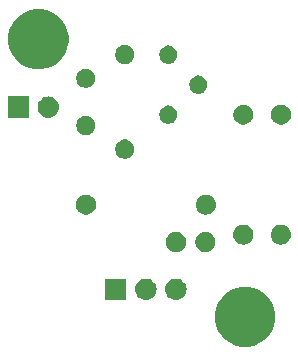
<source format=gts>
G04 #@! TF.GenerationSoftware,KiCad,Pcbnew,(5.1.4)-1*
G04 #@! TF.CreationDate,2019-09-09T23:43:03+02:00*
G04 #@! TF.ProjectId,PTC,5054432e-6b69-4636-9164-5f7063625858,rev?*
G04 #@! TF.SameCoordinates,PXe4e1c0PY29f6300*
G04 #@! TF.FileFunction,Soldermask,Top*
G04 #@! TF.FilePolarity,Negative*
%FSLAX46Y46*%
G04 Gerber Fmt 4.6, Leading zero omitted, Abs format (unit mm)*
G04 Created by KiCad (PCBNEW (5.1.4)-1) date 2019-09-09 23:43:03*
%MOMM*%
%LPD*%
G04 APERTURE LIST*
%ADD10C,0.100000*%
G04 APERTURE END LIST*
D10*
G36*
X23994098Y5202967D02*
G01*
X24458350Y5010668D01*
X24458352Y5010667D01*
X24876168Y4731491D01*
X25231491Y4376168D01*
X25510667Y3958352D01*
X25510668Y3958350D01*
X25702967Y3494098D01*
X25801000Y3001253D01*
X25801000Y2498747D01*
X25702967Y2005902D01*
X25510668Y1541650D01*
X25510667Y1541648D01*
X25231491Y1123832D01*
X24876168Y768509D01*
X24458352Y489333D01*
X24458351Y489332D01*
X24458350Y489332D01*
X23994098Y297033D01*
X23501253Y199000D01*
X22998747Y199000D01*
X22505902Y297033D01*
X22041650Y489332D01*
X22041649Y489332D01*
X22041648Y489333D01*
X21623832Y768509D01*
X21268509Y1123832D01*
X20989333Y1541648D01*
X20989332Y1541650D01*
X20797033Y2005902D01*
X20699000Y2498747D01*
X20699000Y3001253D01*
X20797033Y3494098D01*
X20989332Y3958350D01*
X20989333Y3958352D01*
X21268509Y4376168D01*
X21623832Y4731491D01*
X22041648Y5010667D01*
X22041650Y5010668D01*
X22505902Y5202967D01*
X22998747Y5301000D01*
X23501253Y5301000D01*
X23994098Y5202967D01*
X23994098Y5202967D01*
G37*
G36*
X17495442Y5968982D02*
G01*
X17561627Y5962463D01*
X17731466Y5910943D01*
X17887991Y5827278D01*
X17923729Y5797948D01*
X18025186Y5714686D01*
X18108448Y5613229D01*
X18137778Y5577491D01*
X18221443Y5420966D01*
X18272963Y5251127D01*
X18290359Y5074500D01*
X18272963Y4897873D01*
X18221443Y4728034D01*
X18137778Y4571509D01*
X18108448Y4535771D01*
X18025186Y4434314D01*
X17923729Y4351052D01*
X17887991Y4321722D01*
X17731466Y4238057D01*
X17561627Y4186537D01*
X17495442Y4180018D01*
X17429260Y4173500D01*
X17340740Y4173500D01*
X17274558Y4180018D01*
X17208373Y4186537D01*
X17038534Y4238057D01*
X16882009Y4321722D01*
X16846271Y4351052D01*
X16744814Y4434314D01*
X16661552Y4535771D01*
X16632222Y4571509D01*
X16548557Y4728034D01*
X16497037Y4897873D01*
X16479641Y5074500D01*
X16497037Y5251127D01*
X16548557Y5420966D01*
X16632222Y5577491D01*
X16661552Y5613229D01*
X16744814Y5714686D01*
X16846271Y5797948D01*
X16882009Y5827278D01*
X17038534Y5910943D01*
X17208373Y5962463D01*
X17274558Y5968982D01*
X17340740Y5975500D01*
X17429260Y5975500D01*
X17495442Y5968982D01*
X17495442Y5968982D01*
G37*
G36*
X13206000Y4173500D02*
G01*
X11404000Y4173500D01*
X11404000Y5975500D01*
X13206000Y5975500D01*
X13206000Y4173500D01*
X13206000Y4173500D01*
G37*
G36*
X14955442Y5968982D02*
G01*
X15021627Y5962463D01*
X15191466Y5910943D01*
X15347991Y5827278D01*
X15383729Y5797948D01*
X15485186Y5714686D01*
X15568448Y5613229D01*
X15597778Y5577491D01*
X15681443Y5420966D01*
X15732963Y5251127D01*
X15750359Y5074500D01*
X15732963Y4897873D01*
X15681443Y4728034D01*
X15597778Y4571509D01*
X15568448Y4535771D01*
X15485186Y4434314D01*
X15383729Y4351052D01*
X15347991Y4321722D01*
X15191466Y4238057D01*
X15021627Y4186537D01*
X14955442Y4180018D01*
X14889260Y4173500D01*
X14800740Y4173500D01*
X14734558Y4180018D01*
X14668373Y4186537D01*
X14498534Y4238057D01*
X14342009Y4321722D01*
X14306271Y4351052D01*
X14204814Y4434314D01*
X14121552Y4535771D01*
X14092222Y4571509D01*
X14008557Y4728034D01*
X13957037Y4897873D01*
X13939641Y5074500D01*
X13957037Y5251127D01*
X14008557Y5420966D01*
X14092222Y5577491D01*
X14121552Y5613229D01*
X14204814Y5714686D01*
X14306271Y5797948D01*
X14342009Y5827278D01*
X14498534Y5910943D01*
X14668373Y5962463D01*
X14734558Y5968982D01*
X14800740Y5975500D01*
X14889260Y5975500D01*
X14955442Y5968982D01*
X14955442Y5968982D01*
G37*
G36*
X20133228Y9893297D02*
G01*
X20288100Y9829147D01*
X20427481Y9736015D01*
X20546015Y9617481D01*
X20639147Y9478100D01*
X20703297Y9323228D01*
X20736000Y9158816D01*
X20736000Y8991184D01*
X20703297Y8826772D01*
X20639147Y8671900D01*
X20546015Y8532519D01*
X20427481Y8413985D01*
X20288100Y8320853D01*
X20133228Y8256703D01*
X19968816Y8224000D01*
X19801184Y8224000D01*
X19636772Y8256703D01*
X19481900Y8320853D01*
X19342519Y8413985D01*
X19223985Y8532519D01*
X19130853Y8671900D01*
X19066703Y8826772D01*
X19034000Y8991184D01*
X19034000Y9158816D01*
X19066703Y9323228D01*
X19130853Y9478100D01*
X19223985Y9617481D01*
X19342519Y9736015D01*
X19481900Y9829147D01*
X19636772Y9893297D01*
X19801184Y9926000D01*
X19968816Y9926000D01*
X20133228Y9893297D01*
X20133228Y9893297D01*
G37*
G36*
X17633228Y9893297D02*
G01*
X17788100Y9829147D01*
X17927481Y9736015D01*
X18046015Y9617481D01*
X18139147Y9478100D01*
X18203297Y9323228D01*
X18236000Y9158816D01*
X18236000Y8991184D01*
X18203297Y8826772D01*
X18139147Y8671900D01*
X18046015Y8532519D01*
X17927481Y8413985D01*
X17788100Y8320853D01*
X17633228Y8256703D01*
X17468816Y8224000D01*
X17301184Y8224000D01*
X17136772Y8256703D01*
X16981900Y8320853D01*
X16842519Y8413985D01*
X16723985Y8532519D01*
X16630853Y8671900D01*
X16566703Y8826772D01*
X16534000Y8991184D01*
X16534000Y9158816D01*
X16566703Y9323228D01*
X16630853Y9478100D01*
X16723985Y9617481D01*
X16842519Y9736015D01*
X16981900Y9829147D01*
X17136772Y9893297D01*
X17301184Y9926000D01*
X17468816Y9926000D01*
X17633228Y9893297D01*
X17633228Y9893297D01*
G37*
G36*
X26441823Y10548687D02*
G01*
X26602242Y10500024D01*
X26734906Y10429114D01*
X26750078Y10421004D01*
X26879659Y10314659D01*
X26986004Y10185078D01*
X26986005Y10185076D01*
X27065024Y10037242D01*
X27113687Y9876823D01*
X27130117Y9710000D01*
X27113687Y9543177D01*
X27065024Y9382758D01*
X26994114Y9250094D01*
X26986004Y9234922D01*
X26879659Y9105341D01*
X26750078Y8998996D01*
X26750076Y8998995D01*
X26602242Y8919976D01*
X26441823Y8871313D01*
X26316804Y8859000D01*
X26233196Y8859000D01*
X26108177Y8871313D01*
X25947758Y8919976D01*
X25799924Y8998995D01*
X25799922Y8998996D01*
X25670341Y9105341D01*
X25563996Y9234922D01*
X25555886Y9250094D01*
X25484976Y9382758D01*
X25436313Y9543177D01*
X25419883Y9710000D01*
X25436313Y9876823D01*
X25484976Y10037242D01*
X25563995Y10185076D01*
X25563996Y10185078D01*
X25670341Y10314659D01*
X25799922Y10421004D01*
X25815094Y10429114D01*
X25947758Y10500024D01*
X26108177Y10548687D01*
X26233196Y10561000D01*
X26316804Y10561000D01*
X26441823Y10548687D01*
X26441823Y10548687D01*
G37*
G36*
X23266823Y10548687D02*
G01*
X23427242Y10500024D01*
X23559906Y10429114D01*
X23575078Y10421004D01*
X23704659Y10314659D01*
X23811004Y10185078D01*
X23811005Y10185076D01*
X23890024Y10037242D01*
X23938687Y9876823D01*
X23955117Y9710000D01*
X23938687Y9543177D01*
X23890024Y9382758D01*
X23819114Y9250094D01*
X23811004Y9234922D01*
X23704659Y9105341D01*
X23575078Y8998996D01*
X23575076Y8998995D01*
X23427242Y8919976D01*
X23266823Y8871313D01*
X23141804Y8859000D01*
X23058196Y8859000D01*
X22933177Y8871313D01*
X22772758Y8919976D01*
X22624924Y8998995D01*
X22624922Y8998996D01*
X22495341Y9105341D01*
X22388996Y9234922D01*
X22380886Y9250094D01*
X22309976Y9382758D01*
X22261313Y9543177D01*
X22244883Y9710000D01*
X22261313Y9876823D01*
X22309976Y10037242D01*
X22388995Y10185076D01*
X22388996Y10185078D01*
X22495341Y10314659D01*
X22624922Y10421004D01*
X22640094Y10429114D01*
X22772758Y10500024D01*
X22933177Y10548687D01*
X23058196Y10561000D01*
X23141804Y10561000D01*
X23266823Y10548687D01*
X23266823Y10548687D01*
G37*
G36*
X20091823Y13088687D02*
G01*
X20252242Y13040024D01*
X20319361Y13004148D01*
X20400078Y12961004D01*
X20529659Y12854659D01*
X20636004Y12725078D01*
X20636005Y12725076D01*
X20715024Y12577242D01*
X20763687Y12416823D01*
X20780117Y12250000D01*
X20763687Y12083177D01*
X20715024Y11922758D01*
X20674477Y11846900D01*
X20636004Y11774922D01*
X20529659Y11645341D01*
X20400078Y11538996D01*
X20400076Y11538995D01*
X20252242Y11459976D01*
X20091823Y11411313D01*
X19966804Y11399000D01*
X19883196Y11399000D01*
X19758177Y11411313D01*
X19597758Y11459976D01*
X19449924Y11538995D01*
X19449922Y11538996D01*
X19320341Y11645341D01*
X19213996Y11774922D01*
X19175523Y11846900D01*
X19134976Y11922758D01*
X19086313Y12083177D01*
X19069883Y12250000D01*
X19086313Y12416823D01*
X19134976Y12577242D01*
X19213995Y12725076D01*
X19213996Y12725078D01*
X19320341Y12854659D01*
X19449922Y12961004D01*
X19530639Y13004148D01*
X19597758Y13040024D01*
X19758177Y13088687D01*
X19883196Y13101000D01*
X19966804Y13101000D01*
X20091823Y13088687D01*
X20091823Y13088687D01*
G37*
G36*
X10013228Y13068297D02*
G01*
X10168100Y13004147D01*
X10307481Y12911015D01*
X10426015Y12792481D01*
X10519147Y12653100D01*
X10583297Y12498228D01*
X10616000Y12333816D01*
X10616000Y12166184D01*
X10583297Y12001772D01*
X10519147Y11846900D01*
X10426015Y11707519D01*
X10307481Y11588985D01*
X10168100Y11495853D01*
X10013228Y11431703D01*
X9848816Y11399000D01*
X9681184Y11399000D01*
X9516772Y11431703D01*
X9361900Y11495853D01*
X9222519Y11588985D01*
X9103985Y11707519D01*
X9010853Y11846900D01*
X8946703Y12001772D01*
X8914000Y12166184D01*
X8914000Y12333816D01*
X8946703Y12498228D01*
X9010853Y12653100D01*
X9103985Y12792481D01*
X9222519Y12911015D01*
X9361900Y13004147D01*
X9516772Y13068297D01*
X9681184Y13101000D01*
X9848816Y13101000D01*
X10013228Y13068297D01*
X10013228Y13068297D01*
G37*
G36*
X13302142Y17731758D02*
G01*
X13450101Y17670471D01*
X13583255Y17581501D01*
X13696501Y17468255D01*
X13785471Y17335101D01*
X13846758Y17187142D01*
X13878000Y17030075D01*
X13878000Y16869925D01*
X13846758Y16712858D01*
X13785471Y16564899D01*
X13696501Y16431745D01*
X13583255Y16318499D01*
X13450101Y16229529D01*
X13302142Y16168242D01*
X13145075Y16137000D01*
X12984925Y16137000D01*
X12827858Y16168242D01*
X12679899Y16229529D01*
X12546745Y16318499D01*
X12433499Y16431745D01*
X12344529Y16564899D01*
X12283242Y16712858D01*
X12252000Y16869925D01*
X12252000Y17030075D01*
X12283242Y17187142D01*
X12344529Y17335101D01*
X12433499Y17468255D01*
X12546745Y17581501D01*
X12679899Y17670471D01*
X12827858Y17731758D01*
X12984925Y17763000D01*
X13145075Y17763000D01*
X13302142Y17731758D01*
X13302142Y17731758D01*
G37*
G36*
X10002142Y19731758D02*
G01*
X10150101Y19670471D01*
X10283255Y19581501D01*
X10396501Y19468255D01*
X10485471Y19335101D01*
X10546758Y19187142D01*
X10578000Y19030075D01*
X10578000Y18869925D01*
X10546758Y18712858D01*
X10485471Y18564899D01*
X10396501Y18431745D01*
X10283255Y18318499D01*
X10150101Y18229529D01*
X10002142Y18168242D01*
X9845075Y18137000D01*
X9684925Y18137000D01*
X9527858Y18168242D01*
X9379899Y18229529D01*
X9246745Y18318499D01*
X9133499Y18431745D01*
X9044529Y18564899D01*
X8983242Y18712858D01*
X8952000Y18869925D01*
X8952000Y19030075D01*
X8983242Y19187142D01*
X9044529Y19335101D01*
X9133499Y19468255D01*
X9246745Y19581501D01*
X9379899Y19670471D01*
X9527858Y19731758D01*
X9684925Y19763000D01*
X9845075Y19763000D01*
X10002142Y19731758D01*
X10002142Y19731758D01*
G37*
G36*
X23348228Y20688297D02*
G01*
X23503100Y20624147D01*
X23642481Y20531015D01*
X23761015Y20412481D01*
X23854147Y20273100D01*
X23918297Y20118228D01*
X23951000Y19953816D01*
X23951000Y19786184D01*
X23918297Y19621772D01*
X23854147Y19466900D01*
X23761015Y19327519D01*
X23642481Y19208985D01*
X23503100Y19115853D01*
X23348228Y19051703D01*
X23183816Y19019000D01*
X23016184Y19019000D01*
X22851772Y19051703D01*
X22696900Y19115853D01*
X22557519Y19208985D01*
X22438985Y19327519D01*
X22345853Y19466900D01*
X22281703Y19621772D01*
X22249000Y19786184D01*
X22249000Y19953816D01*
X22281703Y20118228D01*
X22345853Y20273100D01*
X22438985Y20412481D01*
X22557519Y20531015D01*
X22696900Y20624147D01*
X22851772Y20688297D01*
X23016184Y20721000D01*
X23183816Y20721000D01*
X23348228Y20688297D01*
X23348228Y20688297D01*
G37*
G36*
X26523228Y20688297D02*
G01*
X26678100Y20624147D01*
X26817481Y20531015D01*
X26936015Y20412481D01*
X27029147Y20273100D01*
X27093297Y20118228D01*
X27126000Y19953816D01*
X27126000Y19786184D01*
X27093297Y19621772D01*
X27029147Y19466900D01*
X26936015Y19327519D01*
X26817481Y19208985D01*
X26678100Y19115853D01*
X26523228Y19051703D01*
X26358816Y19019000D01*
X26191184Y19019000D01*
X26026772Y19051703D01*
X25871900Y19115853D01*
X25732519Y19208985D01*
X25613985Y19327519D01*
X25520853Y19466900D01*
X25456703Y19621772D01*
X25424000Y19786184D01*
X25424000Y19953816D01*
X25456703Y20118228D01*
X25520853Y20273100D01*
X25613985Y20412481D01*
X25732519Y20531015D01*
X25871900Y20624147D01*
X26026772Y20688297D01*
X26191184Y20721000D01*
X26358816Y20721000D01*
X26523228Y20688297D01*
X26523228Y20688297D01*
G37*
G36*
X16875589Y20631124D02*
G01*
X16974893Y20611371D01*
X17115206Y20553252D01*
X17241484Y20468875D01*
X17348875Y20361484D01*
X17433252Y20235206D01*
X17491371Y20094893D01*
X17521000Y19945937D01*
X17521000Y19794063D01*
X17491371Y19645107D01*
X17433252Y19504794D01*
X17348875Y19378516D01*
X17241484Y19271125D01*
X17115206Y19186748D01*
X16974893Y19128629D01*
X16910663Y19115853D01*
X16825938Y19099000D01*
X16674062Y19099000D01*
X16589337Y19115853D01*
X16525107Y19128629D01*
X16384794Y19186748D01*
X16258516Y19271125D01*
X16151125Y19378516D01*
X16066748Y19504794D01*
X16008629Y19645107D01*
X15979000Y19794063D01*
X15979000Y19945937D01*
X16008629Y20094893D01*
X16066748Y20235206D01*
X16151125Y20361484D01*
X16258516Y20468875D01*
X16384794Y20553252D01*
X16525107Y20611371D01*
X16624411Y20631124D01*
X16674062Y20641000D01*
X16825938Y20641000D01*
X16875589Y20631124D01*
X16875589Y20631124D01*
G37*
G36*
X6700442Y21399482D02*
G01*
X6766627Y21392963D01*
X6936466Y21341443D01*
X7092991Y21257778D01*
X7128729Y21228448D01*
X7230186Y21145186D01*
X7313448Y21043729D01*
X7342778Y21007991D01*
X7426443Y20851466D01*
X7477963Y20681627D01*
X7495359Y20505000D01*
X7477963Y20328373D01*
X7426443Y20158534D01*
X7342778Y20002009D01*
X7313448Y19966271D01*
X7230186Y19864814D01*
X7143974Y19794063D01*
X7092991Y19752222D01*
X6936466Y19668557D01*
X6766627Y19617037D01*
X6700443Y19610519D01*
X6634260Y19604000D01*
X6545740Y19604000D01*
X6479557Y19610519D01*
X6413373Y19617037D01*
X6243534Y19668557D01*
X6087009Y19752222D01*
X6036026Y19794063D01*
X5949814Y19864814D01*
X5866552Y19966271D01*
X5837222Y20002009D01*
X5753557Y20158534D01*
X5702037Y20328373D01*
X5684641Y20505000D01*
X5702037Y20681627D01*
X5753557Y20851466D01*
X5837222Y21007991D01*
X5866552Y21043729D01*
X5949814Y21145186D01*
X6051271Y21228448D01*
X6087009Y21257778D01*
X6243534Y21341443D01*
X6413373Y21392963D01*
X6479558Y21399482D01*
X6545740Y21406000D01*
X6634260Y21406000D01*
X6700442Y21399482D01*
X6700442Y21399482D01*
G37*
G36*
X4951000Y19604000D02*
G01*
X3149000Y19604000D01*
X3149000Y21406000D01*
X4951000Y21406000D01*
X4951000Y19604000D01*
X4951000Y19604000D01*
G37*
G36*
X19415589Y23171124D02*
G01*
X19514893Y23151371D01*
X19655206Y23093252D01*
X19781484Y23008875D01*
X19888875Y22901484D01*
X19973252Y22775206D01*
X20031371Y22634893D01*
X20061000Y22485937D01*
X20061000Y22334063D01*
X20031371Y22185107D01*
X19973252Y22044794D01*
X19888875Y21918516D01*
X19781484Y21811125D01*
X19655206Y21726748D01*
X19514893Y21668629D01*
X19415589Y21648876D01*
X19365938Y21639000D01*
X19214062Y21639000D01*
X19164411Y21648876D01*
X19065107Y21668629D01*
X18924794Y21726748D01*
X18798516Y21811125D01*
X18691125Y21918516D01*
X18606748Y22044794D01*
X18548629Y22185107D01*
X18519000Y22334063D01*
X18519000Y22485937D01*
X18548629Y22634893D01*
X18606748Y22775206D01*
X18691125Y22901484D01*
X18798516Y23008875D01*
X18924794Y23093252D01*
X19065107Y23151371D01*
X19164411Y23171124D01*
X19214062Y23181000D01*
X19365938Y23181000D01*
X19415589Y23171124D01*
X19415589Y23171124D01*
G37*
G36*
X10002142Y23731758D02*
G01*
X10150101Y23670471D01*
X10283255Y23581501D01*
X10396501Y23468255D01*
X10485471Y23335101D01*
X10546758Y23187142D01*
X10578000Y23030075D01*
X10578000Y22869925D01*
X10546758Y22712858D01*
X10485471Y22564899D01*
X10396501Y22431745D01*
X10283255Y22318499D01*
X10150101Y22229529D01*
X10002142Y22168242D01*
X9845075Y22137000D01*
X9684925Y22137000D01*
X9527858Y22168242D01*
X9379899Y22229529D01*
X9246745Y22318499D01*
X9133499Y22431745D01*
X9044529Y22564899D01*
X8983242Y22712858D01*
X8952000Y22869925D01*
X8952000Y23030075D01*
X8983242Y23187142D01*
X9044529Y23335101D01*
X9133499Y23468255D01*
X9246745Y23581501D01*
X9379899Y23670471D01*
X9527858Y23731758D01*
X9684925Y23763000D01*
X9845075Y23763000D01*
X10002142Y23731758D01*
X10002142Y23731758D01*
G37*
G36*
X6494098Y28702967D02*
G01*
X6958350Y28510668D01*
X6958352Y28510667D01*
X7376168Y28231491D01*
X7731491Y27876168D01*
X8010667Y27458352D01*
X8010668Y27458350D01*
X8202967Y26994098D01*
X8301000Y26501253D01*
X8301000Y25998747D01*
X8202967Y25505902D01*
X8065859Y25174893D01*
X8010667Y25041648D01*
X7731491Y24623832D01*
X7376168Y24268509D01*
X6958352Y23989333D01*
X6958351Y23989332D01*
X6958350Y23989332D01*
X6494098Y23797033D01*
X6001253Y23699000D01*
X5498747Y23699000D01*
X5005902Y23797033D01*
X4541650Y23989332D01*
X4541649Y23989332D01*
X4541648Y23989333D01*
X4123832Y24268509D01*
X3768509Y24623832D01*
X3489333Y25041648D01*
X3434141Y25174893D01*
X3297033Y25505902D01*
X3199000Y25998747D01*
X3199000Y26501253D01*
X3297033Y26994098D01*
X3489332Y27458350D01*
X3489333Y27458352D01*
X3768509Y27876168D01*
X4123832Y28231491D01*
X4541648Y28510667D01*
X4541650Y28510668D01*
X5005902Y28702967D01*
X5498747Y28801000D01*
X6001253Y28801000D01*
X6494098Y28702967D01*
X6494098Y28702967D01*
G37*
G36*
X13302142Y25731758D02*
G01*
X13450101Y25670471D01*
X13583255Y25581501D01*
X13696501Y25468255D01*
X13785471Y25335101D01*
X13846758Y25187142D01*
X13878000Y25030075D01*
X13878000Y24869925D01*
X13846758Y24712858D01*
X13785471Y24564899D01*
X13696501Y24431745D01*
X13583255Y24318499D01*
X13450101Y24229529D01*
X13302142Y24168242D01*
X13145075Y24137000D01*
X12984925Y24137000D01*
X12827858Y24168242D01*
X12679899Y24229529D01*
X12546745Y24318499D01*
X12433499Y24431745D01*
X12344529Y24564899D01*
X12283242Y24712858D01*
X12252000Y24869925D01*
X12252000Y25030075D01*
X12283242Y25187142D01*
X12344529Y25335101D01*
X12433499Y25468255D01*
X12546745Y25581501D01*
X12679899Y25670471D01*
X12827858Y25731758D01*
X12984925Y25763000D01*
X13145075Y25763000D01*
X13302142Y25731758D01*
X13302142Y25731758D01*
G37*
G36*
X16875589Y25711124D02*
G01*
X16974893Y25691371D01*
X17115206Y25633252D01*
X17241484Y25548875D01*
X17348875Y25441484D01*
X17433252Y25315206D01*
X17491371Y25174893D01*
X17521000Y25025937D01*
X17521000Y24874063D01*
X17491371Y24725107D01*
X17433252Y24584794D01*
X17348875Y24458516D01*
X17241484Y24351125D01*
X17115206Y24266748D01*
X16974893Y24208629D01*
X16875589Y24188876D01*
X16825938Y24179000D01*
X16674062Y24179000D01*
X16624411Y24188876D01*
X16525107Y24208629D01*
X16384794Y24266748D01*
X16258516Y24351125D01*
X16151125Y24458516D01*
X16066748Y24584794D01*
X16008629Y24725107D01*
X15979000Y24874063D01*
X15979000Y25025937D01*
X16008629Y25174893D01*
X16066748Y25315206D01*
X16151125Y25441484D01*
X16258516Y25548875D01*
X16384794Y25633252D01*
X16525107Y25691371D01*
X16624411Y25711124D01*
X16674062Y25721000D01*
X16825938Y25721000D01*
X16875589Y25711124D01*
X16875589Y25711124D01*
G37*
M02*

</source>
